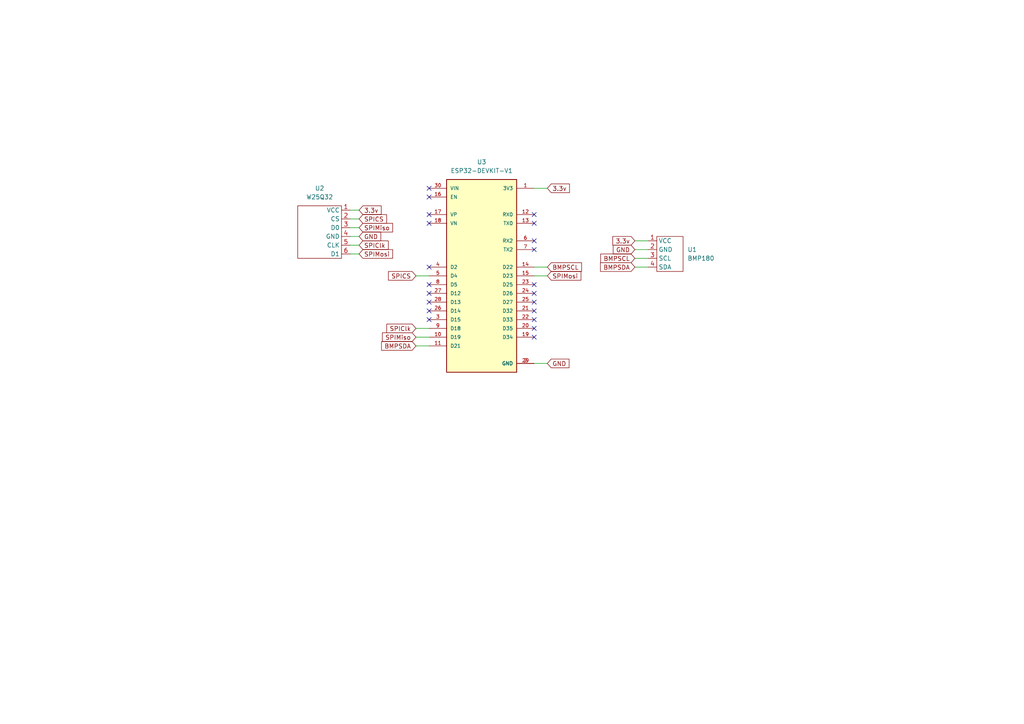
<source format=kicad_sch>
(kicad_sch (version 20211123) (generator eeschema)

  (uuid dfc17b42-3f68-4c36-889f-a163e1b4a301)

  (paper "A4")

  (title_block
    (title "Altímetro ")
    (date "2023-03-17")
    (rev "00")
    (company "Potiguar Rocket Design")
    (comment 1 "Renan de Aquino")
  )

  (lib_symbols
    (symbol "BMP:BMP180" (in_bom yes) (on_board yes)
      (property "Reference" "U" (id 0) (at 0 3.81 0)
        (effects (font (size 1.27 1.27)))
      )
      (property "Value" "BMP180" (id 1) (at 0 -8.89 0)
        (effects (font (size 1.27 1.27)))
      )
      (property "Footprint" "" (id 2) (at 0 0 0)
        (effects (font (size 1.27 1.27)) hide)
      )
      (property "Datasheet" "" (id 3) (at 0 0 0)
        (effects (font (size 1.27 1.27)) hide)
      )
      (symbol "BMP180_0_1"
        (rectangle (start -3.81 2.54) (end 3.81 -7.62)
          (stroke (width 0) (type default) (color 0 0 0 0))
          (fill (type none))
        )
      )
      (symbol "BMP180_1_1"
        (pin input line (at -6.35 1.27 0) (length 2.54)
          (name "VCC" (effects (font (size 1.27 1.27))))
          (number "1" (effects (font (size 1.27 1.27))))
        )
        (pin input line (at -6.35 -1.27 0) (length 2.54)
          (name "GND" (effects (font (size 1.27 1.27))))
          (number "2" (effects (font (size 1.27 1.27))))
        )
        (pin input line (at -6.35 -3.81 0) (length 2.54)
          (name "SCL" (effects (font (size 1.27 1.27))))
          (number "3" (effects (font (size 1.27 1.27))))
        )
        (pin input line (at -6.35 -6.35 0) (length 2.54)
          (name "SDA" (effects (font (size 1.27 1.27))))
          (number "4" (effects (font (size 1.27 1.27))))
        )
      )
    )
    (symbol "ESP32-DEVKIT-V1:ESP32-DEVKIT-V1" (pin_names (offset 1.016)) (in_bom yes) (on_board yes)
      (property "Reference" "U" (id 0) (at -10.16 30.48 0)
        (effects (font (size 1.27 1.27)) (justify left top))
      )
      (property "Value" "ESP32-DEVKIT-V1" (id 1) (at -10.16 -30.48 0)
        (effects (font (size 1.27 1.27)) (justify left bottom))
      )
      (property "Footprint" "MODULE_ESP32_DEVKIT_V1" (id 2) (at 0 0 0)
        (effects (font (size 1.27 1.27)) (justify bottom) hide)
      )
      (property "Datasheet" "" (id 3) (at 0 0 0)
        (effects (font (size 1.27 1.27)) hide)
      )
      (property "STANDARD" "Manufacturer Recommendations" (id 4) (at 0 0 0)
        (effects (font (size 1.27 1.27)) (justify bottom) hide)
      )
      (property "PARTREV" "N/A" (id 5) (at 0 0 0)
        (effects (font (size 1.27 1.27)) (justify bottom) hide)
      )
      (property "MANUFACTURER" "DOIT" (id 6) (at 0 0 0)
        (effects (font (size 1.27 1.27)) (justify bottom) hide)
      )
      (property "MAXIMUM_PACKAGE_HEIGHT" "6.8 mm" (id 7) (at 0 0 0)
        (effects (font (size 1.27 1.27)) (justify bottom) hide)
      )
      (symbol "ESP32-DEVKIT-V1_0_0"
        (rectangle (start -10.16 -27.94) (end 10.16 27.94)
          (stroke (width 0.254) (type default) (color 0 0 0 0))
          (fill (type background))
        )
        (pin output line (at 15.24 25.4 180) (length 5.08)
          (name "3V3" (effects (font (size 1.016 1.016))))
          (number "1" (effects (font (size 1.016 1.016))))
        )
        (pin bidirectional line (at -15.24 -17.78 0) (length 5.08)
          (name "D19" (effects (font (size 1.016 1.016))))
          (number "10" (effects (font (size 1.016 1.016))))
        )
        (pin bidirectional line (at -15.24 -20.32 0) (length 5.08)
          (name "D21" (effects (font (size 1.016 1.016))))
          (number "11" (effects (font (size 1.016 1.016))))
        )
        (pin input line (at 15.24 17.78 180) (length 5.08)
          (name "RX0" (effects (font (size 1.016 1.016))))
          (number "12" (effects (font (size 1.016 1.016))))
        )
        (pin output line (at 15.24 15.24 180) (length 5.08)
          (name "TX0" (effects (font (size 1.016 1.016))))
          (number "13" (effects (font (size 1.016 1.016))))
        )
        (pin bidirectional line (at 15.24 2.54 180) (length 5.08)
          (name "D22" (effects (font (size 1.016 1.016))))
          (number "14" (effects (font (size 1.016 1.016))))
        )
        (pin bidirectional line (at 15.24 0 180) (length 5.08)
          (name "D23" (effects (font (size 1.016 1.016))))
          (number "15" (effects (font (size 1.016 1.016))))
        )
        (pin input line (at -15.24 22.86 0) (length 5.08)
          (name "EN" (effects (font (size 1.016 1.016))))
          (number "16" (effects (font (size 1.016 1.016))))
        )
        (pin bidirectional line (at -15.24 17.78 0) (length 5.08)
          (name "VP" (effects (font (size 1.016 1.016))))
          (number "17" (effects (font (size 1.016 1.016))))
        )
        (pin bidirectional line (at -15.24 15.24 0) (length 5.08)
          (name "VN" (effects (font (size 1.016 1.016))))
          (number "18" (effects (font (size 1.016 1.016))))
        )
        (pin bidirectional line (at 15.24 -17.78 180) (length 5.08)
          (name "D34" (effects (font (size 1.016 1.016))))
          (number "19" (effects (font (size 1.016 1.016))))
        )
        (pin power_in line (at 15.24 -25.4 180) (length 5.08)
          (name "GND" (effects (font (size 1.016 1.016))))
          (number "2" (effects (font (size 1.016 1.016))))
        )
        (pin bidirectional line (at 15.24 -15.24 180) (length 5.08)
          (name "D35" (effects (font (size 1.016 1.016))))
          (number "20" (effects (font (size 1.016 1.016))))
        )
        (pin bidirectional line (at 15.24 -10.16 180) (length 5.08)
          (name "D32" (effects (font (size 1.016 1.016))))
          (number "21" (effects (font (size 1.016 1.016))))
        )
        (pin bidirectional line (at 15.24 -12.7 180) (length 5.08)
          (name "D33" (effects (font (size 1.016 1.016))))
          (number "22" (effects (font (size 1.016 1.016))))
        )
        (pin bidirectional line (at 15.24 -2.54 180) (length 5.08)
          (name "D25" (effects (font (size 1.016 1.016))))
          (number "23" (effects (font (size 1.016 1.016))))
        )
        (pin bidirectional line (at 15.24 -5.08 180) (length 5.08)
          (name "D26" (effects (font (size 1.016 1.016))))
          (number "24" (effects (font (size 1.016 1.016))))
        )
        (pin bidirectional line (at 15.24 -7.62 180) (length 5.08)
          (name "D27" (effects (font (size 1.016 1.016))))
          (number "25" (effects (font (size 1.016 1.016))))
        )
        (pin bidirectional line (at -15.24 -10.16 0) (length 5.08)
          (name "D14" (effects (font (size 1.016 1.016))))
          (number "26" (effects (font (size 1.016 1.016))))
        )
        (pin bidirectional line (at -15.24 -5.08 0) (length 5.08)
          (name "D12" (effects (font (size 1.016 1.016))))
          (number "27" (effects (font (size 1.016 1.016))))
        )
        (pin bidirectional line (at -15.24 -7.62 0) (length 5.08)
          (name "D13" (effects (font (size 1.016 1.016))))
          (number "28" (effects (font (size 1.016 1.016))))
        )
        (pin power_in line (at 15.24 -25.4 180) (length 5.08)
          (name "GND" (effects (font (size 1.016 1.016))))
          (number "29" (effects (font (size 1.016 1.016))))
        )
        (pin bidirectional line (at -15.24 -12.7 0) (length 5.08)
          (name "D15" (effects (font (size 1.016 1.016))))
          (number "3" (effects (font (size 1.016 1.016))))
        )
        (pin input line (at -15.24 25.4 0) (length 5.08)
          (name "VIN" (effects (font (size 1.016 1.016))))
          (number "30" (effects (font (size 1.016 1.016))))
        )
        (pin bidirectional line (at -15.24 2.54 0) (length 5.08)
          (name "D2" (effects (font (size 1.016 1.016))))
          (number "4" (effects (font (size 1.016 1.016))))
        )
        (pin bidirectional line (at -15.24 0 0) (length 5.08)
          (name "D4" (effects (font (size 1.016 1.016))))
          (number "5" (effects (font (size 1.016 1.016))))
        )
        (pin input line (at 15.24 10.16 180) (length 5.08)
          (name "RX2" (effects (font (size 1.016 1.016))))
          (number "6" (effects (font (size 1.016 1.016))))
        )
        (pin output line (at 15.24 7.62 180) (length 5.08)
          (name "TX2" (effects (font (size 1.016 1.016))))
          (number "7" (effects (font (size 1.016 1.016))))
        )
        (pin bidirectional line (at -15.24 -2.54 0) (length 5.08)
          (name "D5" (effects (font (size 1.016 1.016))))
          (number "8" (effects (font (size 1.016 1.016))))
        )
        (pin bidirectional line (at -15.24 -15.24 0) (length 5.08)
          (name "D18" (effects (font (size 1.016 1.016))))
          (number "9" (effects (font (size 1.016 1.016))))
        )
      )
    )
    (symbol "W25Q32:W25Q32" (in_bom yes) (on_board yes)
      (property "Reference" "U" (id 0) (at 0 10.16 0)
        (effects (font (size 1.27 1.27)))
      )
      (property "Value" "W25Q32" (id 1) (at 0 -7.62 0)
        (effects (font (size 1.27 1.27)))
      )
      (property "Footprint" "" (id 2) (at 0 0 0)
        (effects (font (size 1.27 1.27)) hide)
      )
      (property "Datasheet" "" (id 3) (at 0 0 0)
        (effects (font (size 1.27 1.27)) hide)
      )
      (symbol "W25Q32_0_1"
        (rectangle (start 0 -6.35) (end 12.7 8.89)
          (stroke (width 0) (type default) (color 0 0 0 0))
          (fill (type none))
        )
        (rectangle (start 6.35 8.89) (end 6.35 8.89)
          (stroke (width 0) (type default) (color 0 0 0 0))
          (fill (type none))
        )
      )
      (symbol "W25Q32_1_1"
        (pin input line (at -2.54 7.62 0) (length 2.54)
          (name "VCC" (effects (font (size 1.27 1.27))))
          (number "1" (effects (font (size 1.27 1.27))))
        )
        (pin input line (at -2.54 5.08 0) (length 2.54)
          (name "CS" (effects (font (size 1.27 1.27))))
          (number "2" (effects (font (size 1.27 1.27))))
        )
        (pin input line (at -2.54 2.54 0) (length 2.54)
          (name "D0" (effects (font (size 1.27 1.27))))
          (number "3" (effects (font (size 1.27 1.27))))
        )
        (pin input line (at -2.54 0 0) (length 2.54)
          (name "GND" (effects (font (size 1.27 1.27))))
          (number "4" (effects (font (size 1.27 1.27))))
        )
        (pin input line (at -2.54 -2.54 0) (length 2.54)
          (name "CLK" (effects (font (size 1.27 1.27))))
          (number "5" (effects (font (size 1.27 1.27))))
        )
        (pin input line (at -2.54 -5.08 0) (length 2.54)
          (name "D1" (effects (font (size 1.27 1.27))))
          (number "6" (effects (font (size 1.27 1.27))))
        )
      )
    )
  )


  (no_connect (at 124.46 85.09) (uuid 03036451-7ee9-4219-8a97-37a95cd4119d))
  (no_connect (at 154.94 82.55) (uuid 09a6e000-11a0-4cc3-9f6e-2af5a0917224))
  (no_connect (at 124.46 87.63) (uuid 16e3021a-d099-4c85-8daf-eaef6aa60dd5))
  (no_connect (at 154.94 97.79) (uuid 3279d5ba-d6dd-4ff7-a89b-e3c5d3366992))
  (no_connect (at 154.94 87.63) (uuid 44944788-bfed-435c-b2ab-7ebda509e2db))
  (no_connect (at 154.94 64.77) (uuid 47aa3e0d-b253-4c3d-82b9-b26784facc52))
  (no_connect (at 154.94 90.17) (uuid 66bca95a-b43a-4563-a882-a92951e3b38a))
  (no_connect (at 154.94 72.39) (uuid 7c8836a9-6003-42d4-ae0e-b33160c822b5))
  (no_connect (at 124.46 90.17) (uuid 8486dd27-ebca-4150-9b0b-bdb8fe8d7972))
  (no_connect (at 154.94 85.09) (uuid 9c6f7b87-8516-4ef3-89cb-a53e994bd47f))
  (no_connect (at 124.46 92.71) (uuid 9fac59bf-e02d-4f0f-8cb5-313038371caa))
  (no_connect (at 124.46 62.23) (uuid a07d0231-089f-485f-8418-f95110a48a46))
  (no_connect (at 124.46 82.55) (uuid a0db8d05-cf96-4f21-a1cc-9f24c36de5c5))
  (no_connect (at 154.94 62.23) (uuid a2c71d99-0e8d-44e3-8054-168413afe457))
  (no_connect (at 124.46 64.77) (uuid aa4ec6bd-f409-46fd-ae6c-4588f14cf58e))
  (no_connect (at 154.94 69.85) (uuid d4ac17fa-db16-4cbf-93b9-75e639ad0efe))
  (no_connect (at 124.46 57.15) (uuid db30cadd-a1a4-488c-b890-7d2cbd9b3829))
  (no_connect (at 154.94 95.25) (uuid ddda7e3e-1ff9-452a-8a3a-561649079ad7))
  (no_connect (at 124.46 54.61) (uuid e9d4af67-66f3-4572-b894-5720d2136e7c))
  (no_connect (at 124.46 77.47) (uuid fbff5890-e4ba-46fc-830a-1ea07a56bbab))
  (no_connect (at 154.94 92.71) (uuid ff1f07d9-14d7-46e8-86fc-b63a70008fde))

  (wire (pts (xy 120.65 97.79) (xy 124.46 97.79))
    (stroke (width 0) (type default) (color 0 0 0 0))
    (uuid 00601d8b-b9d9-40c2-bc90-347807e8ceea)
  )
  (wire (pts (xy 120.65 100.33) (xy 124.46 100.33))
    (stroke (width 0) (type default) (color 0 0 0 0))
    (uuid 0de656e6-8ff3-49e4-a389-37c866d2d551)
  )
  (wire (pts (xy 184.15 72.39) (xy 187.96 72.39))
    (stroke (width 0) (type default) (color 0 0 0 0))
    (uuid 161bd526-309c-445b-b521-f090e6b786f1)
  )
  (wire (pts (xy 154.94 80.01) (xy 158.75 80.01))
    (stroke (width 0) (type default) (color 0 0 0 0))
    (uuid 17fdb60c-e1fb-4624-9da4-e9d9619eb375)
  )
  (wire (pts (xy 120.65 80.01) (xy 124.46 80.01))
    (stroke (width 0) (type default) (color 0 0 0 0))
    (uuid 306ca229-b059-414e-838e-d24c0da636ca)
  )
  (wire (pts (xy 101.6 66.04) (xy 104.14 66.04))
    (stroke (width 0) (type default) (color 0 0 0 0))
    (uuid 3c58195b-2584-49a7-a828-1b9a39835429)
  )
  (wire (pts (xy 184.15 69.85) (xy 187.96 69.85))
    (stroke (width 0) (type default) (color 0 0 0 0))
    (uuid 40e8ac3f-ce0e-43ee-a32f-1f74be93873c)
  )
  (wire (pts (xy 101.6 63.5) (xy 104.14 63.5))
    (stroke (width 0) (type default) (color 0 0 0 0))
    (uuid 6e20bd3e-6f6e-42f1-beb0-04e1a33f0e1a)
  )
  (wire (pts (xy 101.6 71.12) (xy 104.14 71.12))
    (stroke (width 0) (type default) (color 0 0 0 0))
    (uuid 7f6028ae-33e3-4daa-9220-da15eab613a5)
  )
  (wire (pts (xy 101.6 60.96) (xy 104.14 60.96))
    (stroke (width 0) (type default) (color 0 0 0 0))
    (uuid 9bb655f4-6b2d-445a-b756-4f3c6275df5b)
  )
  (wire (pts (xy 101.6 68.58) (xy 104.14 68.58))
    (stroke (width 0) (type default) (color 0 0 0 0))
    (uuid a04d52fd-a923-430c-b73a-678a884a6da9)
  )
  (wire (pts (xy 184.15 77.47) (xy 187.96 77.47))
    (stroke (width 0) (type default) (color 0 0 0 0))
    (uuid a9e20ef5-530f-493a-9832-18c797422fbd)
  )
  (wire (pts (xy 120.65 95.25) (xy 124.46 95.25))
    (stroke (width 0) (type default) (color 0 0 0 0))
    (uuid d8ecf6c2-30a7-4972-99c9-9c569dea74e4)
  )
  (wire (pts (xy 184.15 74.93) (xy 187.96 74.93))
    (stroke (width 0) (type default) (color 0 0 0 0))
    (uuid e688c0ed-2286-497d-b4bd-e8c6da859d19)
  )
  (wire (pts (xy 154.94 105.41) (xy 158.75 105.41))
    (stroke (width 0) (type default) (color 0 0 0 0))
    (uuid e9a6d6a9-eefa-44fb-888a-dffc61a3c976)
  )
  (wire (pts (xy 154.94 77.47) (xy 158.75 77.47))
    (stroke (width 0) (type default) (color 0 0 0 0))
    (uuid f52c898a-f39f-42c8-bd64-1948ae224165)
  )
  (wire (pts (xy 154.94 54.61) (xy 158.75 54.61))
    (stroke (width 0) (type default) (color 0 0 0 0))
    (uuid fcc7ce18-018d-46ce-afaf-3ce4ebb66a1b)
  )
  (wire (pts (xy 101.6 73.66) (xy 104.14 73.66))
    (stroke (width 0) (type default) (color 0 0 0 0))
    (uuid fe313ccf-2606-45c0-a5fb-8b6520843ddc)
  )

  (global_label "SPIMosi" (shape input) (at 158.75 80.01 0) (fields_autoplaced)
    (effects (font (size 1.27 1.27)) (justify left))
    (uuid 0027181a-e7ee-4a8a-9259-36c150165baa)
    (property "Intersheet References" "${INTERSHEET_REFS}" (id 0) (at 168.4807 79.9306 0)
      (effects (font (size 1.27 1.27)) (justify left) hide)
    )
  )
  (global_label "3.3v" (shape input) (at 104.14 60.96 0) (fields_autoplaced)
    (effects (font (size 1.27 1.27)) (justify left))
    (uuid 1278f86d-953d-4199-9143-e95daea16488)
    (property "Intersheet References" "${INTERSHEET_REFS}" (id 0) (at 110.5445 60.8806 0)
      (effects (font (size 1.27 1.27)) (justify left) hide)
    )
  )
  (global_label "BMPSDA" (shape input) (at 120.65 100.33 180) (fields_autoplaced)
    (effects (font (size 1.27 1.27)) (justify right))
    (uuid 143dd477-306a-4155-83b5-e3073223ecba)
    (property "Intersheet References" "${INTERSHEET_REFS}" (id 0) (at 110.6774 100.2506 0)
      (effects (font (size 1.27 1.27)) (justify right) hide)
    )
  )
  (global_label "GND" (shape input) (at 158.75 105.41 0) (fields_autoplaced)
    (effects (font (size 1.27 1.27)) (justify left))
    (uuid 30a78450-c79a-4e32-bbef-be70440809ff)
    (property "Intersheet References" "${INTERSHEET_REFS}" (id 0) (at 165.0336 105.3306 0)
      (effects (font (size 1.27 1.27)) (justify left) hide)
    )
  )
  (global_label "SPIClk" (shape input) (at 104.14 71.12 0) (fields_autoplaced)
    (effects (font (size 1.27 1.27)) (justify left))
    (uuid 3d5beb25-6811-4f60-be23-ad8a1e7d1de4)
    (property "Intersheet References" "${INTERSHEET_REFS}" (id 0) (at 112.6007 71.0406 0)
      (effects (font (size 1.27 1.27)) (justify left) hide)
    )
  )
  (global_label "SPIMiso" (shape input) (at 104.14 66.04 0) (fields_autoplaced)
    (effects (font (size 1.27 1.27)) (justify left))
    (uuid 5dda16a0-a6b1-49c3-8c32-f1aa12fca6a0)
    (property "Intersheet References" "${INTERSHEET_REFS}" (id 0) (at 113.8707 65.9606 0)
      (effects (font (size 1.27 1.27)) (justify left) hide)
    )
  )
  (global_label "SPIClk" (shape input) (at 120.65 95.25 180) (fields_autoplaced)
    (effects (font (size 1.27 1.27)) (justify right))
    (uuid 66e7281c-9144-4ce4-bb38-74949bd8da8f)
    (property "Intersheet References" "${INTERSHEET_REFS}" (id 0) (at 112.1893 95.3294 0)
      (effects (font (size 1.27 1.27)) (justify right) hide)
    )
  )
  (global_label "SPICS" (shape input) (at 104.14 63.5 0) (fields_autoplaced)
    (effects (font (size 1.27 1.27)) (justify left))
    (uuid 71c8afd9-cadc-4454-8655-6084a1ac431d)
    (property "Intersheet References" "${INTERSHEET_REFS}" (id 0) (at 112.1169 63.4206 0)
      (effects (font (size 1.27 1.27)) (justify left) hide)
    )
  )
  (global_label "3.3v" (shape input) (at 158.75 54.61 0) (fields_autoplaced)
    (effects (font (size 1.27 1.27)) (justify left))
    (uuid 7b0348f4-f888-47f0-aef8-f2146dcd1a11)
    (property "Intersheet References" "${INTERSHEET_REFS}" (id 0) (at 165.1545 54.5306 0)
      (effects (font (size 1.27 1.27)) (justify left) hide)
    )
  )
  (global_label "BMPSCL" (shape input) (at 184.15 74.93 180) (fields_autoplaced)
    (effects (font (size 1.27 1.27)) (justify right))
    (uuid 898e8135-778e-41e7-8d8e-57c809402c9a)
    (property "Intersheet References" "${INTERSHEET_REFS}" (id 0) (at 174.2379 74.8506 0)
      (effects (font (size 1.27 1.27)) (justify right) hide)
    )
  )
  (global_label "BMPSDA" (shape input) (at 184.15 77.47 180) (fields_autoplaced)
    (effects (font (size 1.27 1.27)) (justify right))
    (uuid 90744705-45e8-4494-9576-060c97cbf8e5)
    (property "Intersheet References" "${INTERSHEET_REFS}" (id 0) (at 174.1774 77.3906 0)
      (effects (font (size 1.27 1.27)) (justify right) hide)
    )
  )
  (global_label "BMPSCL" (shape input) (at 158.75 77.47 0) (fields_autoplaced)
    (effects (font (size 1.27 1.27)) (justify left))
    (uuid 97b198da-4826-437b-b174-b8dbee5256a7)
    (property "Intersheet References" "${INTERSHEET_REFS}" (id 0) (at 168.6621 77.5494 0)
      (effects (font (size 1.27 1.27)) (justify left) hide)
    )
  )
  (global_label "SPICS" (shape input) (at 120.65 80.01 180) (fields_autoplaced)
    (effects (font (size 1.27 1.27)) (justify right))
    (uuid 9bc61814-41c2-4940-904e-42aa513f8cde)
    (property "Intersheet References" "${INTERSHEET_REFS}" (id 0) (at 112.6731 80.0894 0)
      (effects (font (size 1.27 1.27)) (justify right) hide)
    )
  )
  (global_label "GND" (shape input) (at 184.15 72.39 180) (fields_autoplaced)
    (effects (font (size 1.27 1.27)) (justify right))
    (uuid bcccfeb6-a370-462a-a2a3-2d22bfc36dcc)
    (property "Intersheet References" "${INTERSHEET_REFS}" (id 0) (at 177.8664 72.4694 0)
      (effects (font (size 1.27 1.27)) (justify right) hide)
    )
  )
  (global_label "3.3v" (shape input) (at 184.15 69.85 180) (fields_autoplaced)
    (effects (font (size 1.27 1.27)) (justify right))
    (uuid be428ada-9b1d-47f2-a477-63e972415218)
    (property "Intersheet References" "${INTERSHEET_REFS}" (id 0) (at 177.7455 69.9294 0)
      (effects (font (size 1.27 1.27)) (justify right) hide)
    )
  )
  (global_label "SPIMosi" (shape input) (at 104.14 73.66 0) (fields_autoplaced)
    (effects (font (size 1.27 1.27)) (justify left))
    (uuid c2f27ee8-5077-4902-96f6-3f0d573d3bd8)
    (property "Intersheet References" "${INTERSHEET_REFS}" (id 0) (at 113.8707 73.5806 0)
      (effects (font (size 1.27 1.27)) (justify left) hide)
    )
  )
  (global_label "SPIMiso" (shape input) (at 120.65 97.79 180) (fields_autoplaced)
    (effects (font (size 1.27 1.27)) (justify right))
    (uuid f18bbaa5-21f7-46a8-97f6-004f5b7839a3)
    (property "Intersheet References" "${INTERSHEET_REFS}" (id 0) (at 110.9193 97.8694 0)
      (effects (font (size 1.27 1.27)) (justify right) hide)
    )
  )
  (global_label "GND" (shape input) (at 104.14 68.58 0) (fields_autoplaced)
    (effects (font (size 1.27 1.27)) (justify left))
    (uuid f66a1a72-c065-472e-b04a-7508c8204d15)
    (property "Intersheet References" "${INTERSHEET_REFS}" (id 0) (at 110.4236 68.5006 0)
      (effects (font (size 1.27 1.27)) (justify left) hide)
    )
  )

  (symbol (lib_id "BMP:BMP180") (at 194.31 71.12 0) (unit 1)
    (in_bom yes) (on_board yes) (fields_autoplaced)
    (uuid 85df62d2-1dd8-409c-b2ac-f9e7f2b885a2)
    (property "Reference" "U1" (id 0) (at 199.39 72.3899 0)
      (effects (font (size 1.27 1.27)) (justify left))
    )
    (property "Value" "BMP180" (id 1) (at 199.39 74.9299 0)
      (effects (font (size 1.27 1.27)) (justify left))
    )
    (property "Footprint" "BMP:BMP180" (id 2) (at 194.31 71.12 0)
      (effects (font (size 1.27 1.27)) hide)
    )
    (property "Datasheet" "" (id 3) (at 194.31 71.12 0)
      (effects (font (size 1.27 1.27)) hide)
    )
    (pin "1" (uuid 1529c0e5-b9a4-45ea-9ff8-e9329a011dcb))
    (pin "2" (uuid a0eb85fd-8242-4bde-8634-32827b7d8c9d))
    (pin "3" (uuid 0ab5cfac-0086-4eeb-a3f2-fef56bb8a732))
    (pin "4" (uuid 8e994300-f02e-4da0-9a00-ef2cde78d8b8))
  )

  (symbol (lib_id "W25Q32:W25Q32") (at 99.06 68.58 0) (mirror y) (unit 1)
    (in_bom yes) (on_board yes) (fields_autoplaced)
    (uuid 9e069780-5ead-47f0-816a-57fa9bc4092f)
    (property "Reference" "U2" (id 0) (at 92.71 54.61 0))
    (property "Value" "W25Q32" (id 1) (at 92.71 57.15 0))
    (property "Footprint" "Connector_PinSocket_2.54mm:PinSocket_1x06_P2.54mm_Vertical" (id 2) (at 99.06 68.58 0)
      (effects (font (size 1.27 1.27)) hide)
    )
    (property "Datasheet" "" (id 3) (at 99.06 68.58 0)
      (effects (font (size 1.27 1.27)) hide)
    )
    (pin "1" (uuid 0c35b4df-0172-4841-9941-e514ce369488))
    (pin "2" (uuid 8f342d60-3182-45f6-bcd3-5a63b33a40bd))
    (pin "3" (uuid 57724376-b640-41eb-a770-43f2c42a77c6))
    (pin "4" (uuid 0c941e67-f27d-4c4e-ba31-d72faa3e459b))
    (pin "5" (uuid 4b46e22a-5581-4a47-a75d-f68d9dfe5a2e))
    (pin "6" (uuid 55c488e3-2caf-4159-9571-468021e12c25))
  )

  (symbol (lib_id "ESP32-DEVKIT-V1:ESP32-DEVKIT-V1") (at 139.7 80.01 0) (unit 1)
    (in_bom yes) (on_board yes) (fields_autoplaced)
    (uuid d6a5f521-94f4-4cf7-abda-6923a46e3334)
    (property "Reference" "U3" (id 0) (at 139.7 46.99 0))
    (property "Value" "ESP32-DEVKIT-V1" (id 1) (at 139.7 49.53 0))
    (property "Footprint" "ESP32-DEVKIT-V1:MODULE_ESP32_DEVKIT_V1" (id 2) (at 139.7 80.01 0)
      (effects (font (size 1.27 1.27)) (justify bottom) hide)
    )
    (property "Datasheet" "" (id 3) (at 139.7 80.01 0)
      (effects (font (size 1.27 1.27)) hide)
    )
    (property "STANDARD" "Manufacturer Recommendations" (id 4) (at 139.7 80.01 0)
      (effects (font (size 1.27 1.27)) (justify bottom) hide)
    )
    (property "PARTREV" "N/A" (id 5) (at 139.7 80.01 0)
      (effects (font (size 1.27 1.27)) (justify bottom) hide)
    )
    (property "MANUFACTURER" "DOIT" (id 6) (at 139.7 80.01 0)
      (effects (font (size 1.27 1.27)) (justify bottom) hide)
    )
    (property "MAXIMUM_PACKAGE_HEIGHT" "6.8 mm" (id 7) (at 139.7 80.01 0)
      (effects (font (size 1.27 1.27)) (justify bottom) hide)
    )
    (pin "1" (uuid 21dc0da5-382b-491e-94a0-8e857dceb329))
    (pin "10" (uuid b67a665a-9659-4358-819e-fccec7865eae))
    (pin "11" (uuid f69c1f93-3894-42e0-a4a2-af6181d88786))
    (pin "12" (uuid 5d433cc8-7923-4c4b-bd00-b6ad0efede2c))
    (pin "13" (uuid ab3a5e67-54c0-48e8-aef2-89dc349c36d2))
    (pin "14" (uuid f5c65dd2-122c-495c-bbb3-20e58d74c505))
    (pin "15" (uuid f520130d-8700-4a90-99aa-a931c990c4a0))
    (pin "16" (uuid a0238895-67a9-46fc-8b10-43d5166d3386))
    (pin "17" (uuid ada87628-6011-44c6-8d0c-e704b207db29))
    (pin "18" (uuid eb0b411d-7da7-4f53-82b7-2fb500f075dc))
    (pin "19" (uuid f886a15d-ac9c-467e-acda-ffe0c0788216))
    (pin "2" (uuid c5311b0f-dccd-49ee-8ce0-cecd33f0228d))
    (pin "20" (uuid 7bf575d1-1a82-43a6-8b2d-5fef63d9a2f4))
    (pin "21" (uuid 6a76b196-2a03-4681-abde-85f909ceee42))
    (pin "22" (uuid 84b54cba-8a50-41b1-8d34-b5428f5f5107))
    (pin "23" (uuid c2cb8727-0065-4bf7-ba05-9182cca7c8b6))
    (pin "24" (uuid 4c7a4143-d37a-403a-b993-51315c998c80))
    (pin "25" (uuid 66217b04-0605-493e-be94-e5389284556f))
    (pin "26" (uuid d8397604-aa3b-4e61-b14a-1bc5247961bc))
    (pin "27" (uuid 3f31c183-5820-4515-bc3b-40508fb7177f))
    (pin "28" (uuid 09702731-02d0-417a-910c-1935fea5bad7))
    (pin "29" (uuid 144012c0-2a29-467f-aea3-ff6221b9b5e0))
    (pin "3" (uuid e0393639-741d-4df2-9121-68bece89178d))
    (pin "30" (uuid 2cd1799a-2b67-490a-8089-a5d92c87eaec))
    (pin "4" (uuid caa2e0eb-43c4-4f11-ab68-ce12a6aee693))
    (pin "5" (uuid bc394592-760e-4bfc-bb51-80be8660e3a8))
    (pin "6" (uuid ac60dc11-85c7-4cff-890f-ace0a5a0f7db))
    (pin "7" (uuid d5b783c2-91e0-42e6-83d3-4ce30af770ba))
    (pin "8" (uuid f90060b8-abef-4819-89cb-b45a1ec6ef23))
    (pin "9" (uuid a8250796-12db-446d-9121-fcbe7ae7552c))
  )

  (sheet_instances
    (path "/" (page "1"))
  )

  (symbol_instances
    (path "/85df62d2-1dd8-409c-b2ac-f9e7f2b885a2"
      (reference "U1") (unit 1) (value "BMP180") (footprint "BMP:BMP180")
    )
    (path "/9e069780-5ead-47f0-816a-57fa9bc4092f"
      (reference "U2") (unit 1) (value "W25Q32") (footprint "Connector_PinSocket_2.54mm:PinSocket_1x06_P2.54mm_Vertical")
    )
    (path "/d6a5f521-94f4-4cf7-abda-6923a46e3334"
      (reference "U3") (unit 1) (value "ESP32-DEVKIT-V1") (footprint "ESP32-DEVKIT-V1:MODULE_ESP32_DEVKIT_V1")
    )
  )
)

</source>
